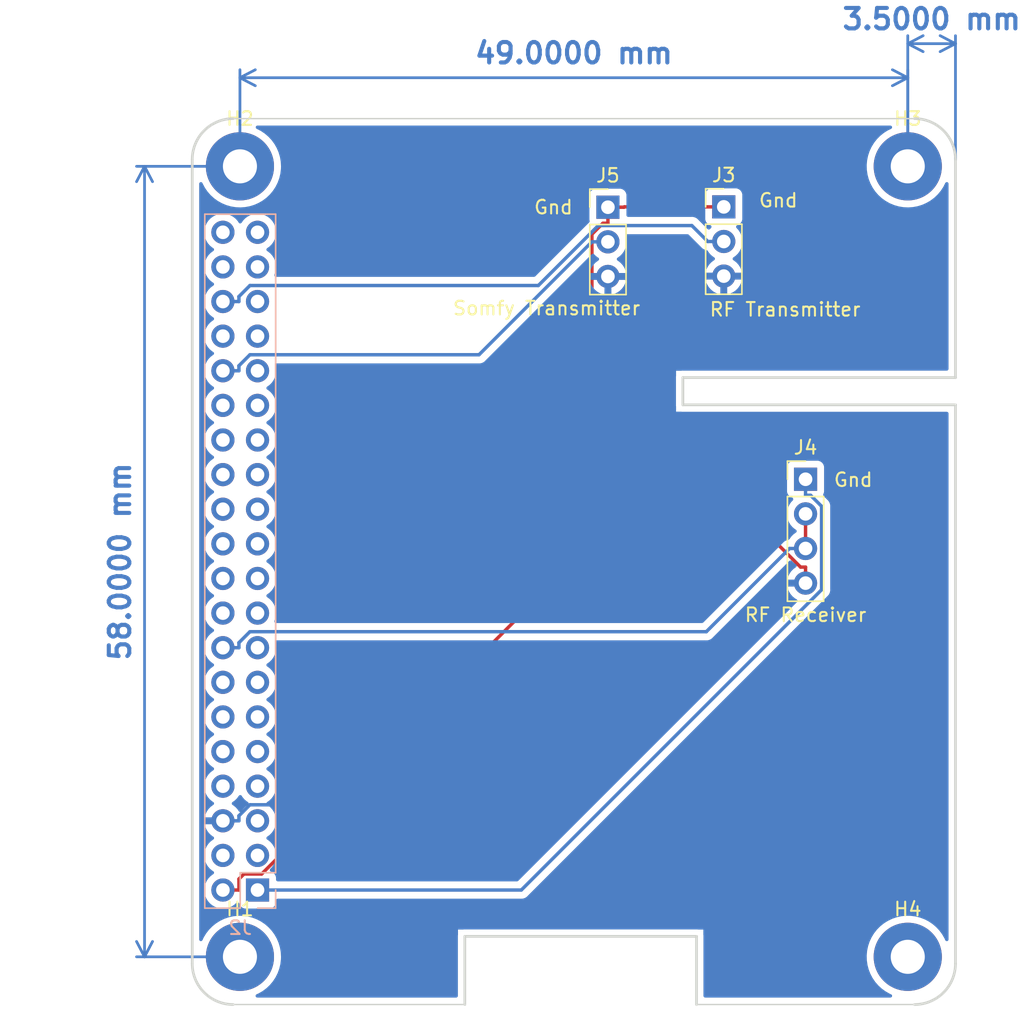
<source format=kicad_pcb>
(kicad_pcb (version 20211014) (generator pcbnew)
  (layers (0 "F.Cu" signal) (31 "B.Cu" signal) (34 "B.Paste" user) (35 "F.Paste" user) (36 "B.SilkS" user "B.Silkscreen") (37 "F.SilkS" user "F.Silkscreen") (38 "B.Mask" user) (39 "F.Mask" user) (44 "Edge.Cuts" user))
  (net 0 "")
  (net 35 "/5V")
  (net 36 "/GND")
  (net 37 "/3V3")
  (net 38 "Net-(J2-Pad16)")
  (net 39 "Net-(J3-Pad2)")
  (net 40 "Net-(J2-Pad32)")
  (footprint "MountingHole:MountingHole_2.5mm_Pad_TopBottom" (layer "F.Cu") (at 103.5 111.5)
    (fp_text reference "H1" (at 0 -3.5) (layer "F.SilkS"))
    (fp_text value "MountingHole")
    (pad "1" thru_hole circle (at 0 0) (size 2.9 2.9) (drill 2.5) (layers *.Cu *.Mask))
    (pad "1" connect circle (at 0 0) (size 5 5) (layers "B.Cu" "B.Mask"))
    (pad "1" connect circle (at 0 0) (size 5 5) (layers "F.Cu" "F.Mask"))
  )
  (footprint "Connector_PinHeader_2.54mm:PinHeader_1x03_P2.54mm_Vertical" (layer "F.Cu") (at 130.5 56.5)
    (fp_text reference "J5" (at 0 -2.33) (layer "F.SilkS"))
    (fp_text value "Somfy Transmitter" (at -4.5 7.41) (layer "F.SilkS"))
    (fp_line (start -1.33 1.27) (end -1.33 6.41) (layer "F.SilkS") (width 0.12))
    (fp_line (start -1.33 6.41) (end 1.33 6.41) (layer "F.SilkS") (width 0.12))
    (fp_line (start -1.33 -1.33) (end 0 -1.33) (layer "F.SilkS") (width 0.12))
    (fp_line (start -1.33 0) (end -1.33 -1.33) (layer "F.SilkS") (width 0.12))
    (fp_line (start -1.33 1.27) (end 1.33 1.27) (layer "F.SilkS") (width 0.12))
    (fp_line (start 1.33 1.27) (end 1.33 6.41) (layer "F.SilkS") (width 0.12))
    (pad "1" thru_hole rect (at 0 0) (size 1.7 1.7) (drill 1) (layers *.Cu *.Mask) (net 35 "/5V"))
    (pad "2" thru_hole oval (at 0 2.54) (size 1.7 1.7) (drill 1) (layers *.Cu *.Mask) (net 40 "Net-(J2-Pad32)"))
    (pad "3" thru_hole oval (at 0 5.08) (size 1.7 1.7) (drill 1) (layers *.Cu *.Mask) (net 36 "/GND"))
  )
  (footprint "MountingHole:MountingHole_2.5mm_Pad_TopBottom" (layer "F.Cu") (at 152.5 111.5)
    (fp_text reference "H4" (at 0 -3.5) (layer "F.SilkS"))
    (fp_text value "MountingHole")
    (pad "1" connect circle (at 0 0) (size 5 5) (layers "F.Cu" "F.Mask"))
    (pad "1" connect circle (at 0 0) (size 5 5) (layers "B.Cu" "B.Mask"))
    (pad "1" thru_hole circle (at 0 0) (size 2.9 2.9) (drill 2.5) (layers *.Cu *.Mask))
  )
  (footprint "Connector_PinHeader_2.54mm:PinHeader_1x03_P2.54mm_Vertical" (layer "F.Cu") (at 139 56.475)
    (fp_text reference "J3" (at 0 -2.33) (layer "F.SilkS"))
    (fp_text value "RF Transmitter" (at 4.5 7.525) (layer "F.SilkS"))
    (fp_line (start 1.33 1.27) (end 1.33 6.41) (layer "F.SilkS") (width 0.12))
    (fp_line (start -1.33 -1.33) (end 0 -1.33) (layer "F.SilkS") (width 0.12))
    (fp_line (start -1.33 6.41) (end 1.33 6.41) (layer "F.SilkS") (width 0.12))
    (fp_line (start -1.33 1.27) (end -1.33 6.41) (layer "F.SilkS") (width 0.12))
    (fp_line (start -1.33 1.27) (end 1.33 1.27) (layer "F.SilkS") (width 0.12))
    (fp_line (start -1.33 0) (end -1.33 -1.33) (layer "F.SilkS") (width 0.12))
    (pad "1" thru_hole rect (at 0 0) (size 1.7 1.7) (drill 1) (layers *.Cu *.Mask) (net 35 "/5V"))
    (pad "2" thru_hole oval (at 0 2.54) (size 1.7 1.7) (drill 1) (layers *.Cu *.Mask) (net 39 "Net-(J3-Pad2)"))
    (pad "3" thru_hole oval (at 0 5.08) (size 1.7 1.7) (drill 1) (layers *.Cu *.Mask) (net 36 "/GND"))
  )
  (footprint "Connector_PinHeader_2.54mm:PinHeader_1x04_P2.54mm_Vertical" (layer "F.Cu") (at 145 76.46)
    (fp_text reference "J4" (at 0 -2.33) (layer "F.SilkS"))
    (fp_text value "RF Receiver" (at 0 9.95) (layer "F.SilkS"))
    (fp_line (start -1.33 0) (end -1.33 -1.33) (layer "F.SilkS") (width 0.12))
    (fp_line (start -1.33 8.95) (end 1.33 8.95) (layer "F.SilkS") (width 0.12))
    (fp_line (start -1.33 -1.33) (end 0 -1.33) (layer "F.SilkS") (width 0.12))
    (fp_line (start -1.33 1.27) (end 1.33 1.27) (layer "F.SilkS") (width 0.12))
    (fp_line (start 1.33 1.27) (end 1.33 8.95) (layer "F.SilkS") (width 0.12))
    (fp_line (start -1.33 1.27) (end -1.33 8.95) (layer "F.SilkS") (width 0.12))
    (pad "1" thru_hole rect (at 0 0) (size 1.7 1.7) (drill 1) (layers *.Cu *.Mask) (net 37 "/3V3"))
    (pad "2" thru_hole oval (at 0 2.54) (size 1.7 1.7) (drill 1) (layers *.Cu *.Mask) (net 38 "Net-(J2-Pad16)"))
    (pad "3" thru_hole oval (at 0 5.08) (size 1.7 1.7) (drill 1) (layers *.Cu *.Mask) (net 38 "Net-(J2-Pad16)"))
    (pad "4" thru_hole oval (at 0 7.62) (size 1.7 1.7) (drill 1) (layers *.Cu *.Mask) (net 36 "/GND"))
  )
  (footprint "MountingHole:MountingHole_2.5mm_Pad_TopBottom" (layer "F.Cu") (at 152.5 53.5)
    (fp_text reference "H3" (at 0 -3.5) (layer "F.SilkS"))
    (fp_text value "MountingHole")
    (pad "1" connect circle (at 0 0) (size 5 5) (layers "F.Cu" "F.Mask"))
    (pad "1" thru_hole circle (at 0 0) (size 2.9 2.9) (drill 2.5) (layers *.Cu *.Mask))
    (pad "1" connect circle (at 0 0) (size 5 5) (layers "B.Cu" "B.Mask"))
  )
  (footprint "MountingHole:MountingHole_2.5mm_Pad_TopBottom" (layer "F.Cu") (at 103.5 53.5)
    (fp_text reference "H2" (at 0 -3.5) (layer "F.SilkS"))
    (fp_text value "MountingHole")
    (pad "1" connect circle (at 0 0) (size 5 5) (layers "B.Cu" "B.Mask"))
    (pad "1" thru_hole circle (at 0 0) (size 2.9 2.9) (drill 2.5) (layers *.Cu *.Mask))
    (pad "1" connect circle (at 0 0) (size 5 5) (layers "F.Cu" "F.Mask"))
  )
  (footprint "Connector_PinSocket_2.54mm:PinSocket_2x20_P2.54mm_Vertical" (layer "B.Cu") (at 104.79 106.6)
    (fp_text reference "J2" (at -1.27 2.77) (layer "B.SilkS") (effects (justify mirror)))
    (fp_text value "RASPBERRYPI-40-PIN-GPIO_PTH_NO_SHROUD")
    (fp_line (start -3.87 1.33) (end -1.27 1.33) (layer "B.SilkS") (width 0.12))
    (fp_line (start 1.33 -1.27) (end 1.33 -49.59) (layer "B.SilkS") (width 0.12))
    (fp_line (start 0 1.33) (end 1.33 1.33) (layer "B.SilkS") (width 0.12))
    (fp_line (start -1.27 1.33) (end -1.27 -1.27) (layer "B.SilkS") (width 0.12))
    (fp_line (start 1.33 1.33) (end 1.33 0) (layer "B.SilkS") (width 0.12))
    (fp_line (start -3.87 -49.59) (end 1.33 -49.59) (layer "B.SilkS") (width 0.12))
    (fp_line (start -3.87 1.33) (end -3.87 -49.59) (layer "B.SilkS") (width 0.12))
    (fp_line (start -1.27 -1.27) (end 1.33 -1.27) (layer "B.SilkS") (width 0.12))
    (pad "1" thru_hole rect (at 0 0) (size 1.7 1.7) (drill 1) (layers *.Cu *.Mask) (net 37 "/3V3"))
    (pad "2" thru_hole oval (at -2.54 0) (size 1.7 1.7) (drill 1) (layers *.Cu *.Mask) (net 35 "/5V"))
    (pad "3" thru_hole oval (at 0 -2.54) (size 1.7 1.7) (drill 1) (layers *.Cu *.Mask))
    (pad "4" thru_hole oval (at -2.54 -2.54) (size 1.7 1.7) (drill 1) (layers *.Cu *.Mask))
    (pad "5" thru_hole oval (at 0 -5.08) (size 1.7 1.7) (drill 1) (layers *.Cu *.Mask))
    (pad "6" thru_hole oval (at -2.54 -5.08) (size 1.7 1.7) (drill 1) (layers *.Cu *.Mask) (net 36 "/GND"))
    (pad "7" thru_hole oval (at 0 -7.62) (size 1.7 1.7) (drill 1) (layers *.Cu *.Mask))
    (pad "8" thru_hole oval (at -2.54 -7.62) (size 1.7 1.7) (drill 1) (layers *.Cu *.Mask))
    (pad "9" thru_hole oval (at 0 -10.16) (size 1.7 1.7) (drill 1) (layers *.Cu *.Mask))
    (pad "10" thru_hole oval (at -2.54 -10.16) (size 1.7 1.7) (drill 1) (layers *.Cu *.Mask))
    (pad "11" thru_hole oval (at 0 -12.7) (size 1.7 1.7) (drill 1) (layers *.Cu *.Mask))
    (pad "12" thru_hole oval (at -2.54 -12.7) (size 1.7 1.7) (drill 1) (layers *.Cu *.Mask))
    (pad "13" thru_hole oval (at 0 -15.24) (size 1.7 1.7) (drill 1) (layers *.Cu *.Mask))
    (pad "14" thru_hole oval (at -2.54 -15.24) (size 1.7 1.7) (drill 1) (layers *.Cu *.Mask))
    (pad "15" thru_hole oval (at 0 -17.78) (size 1.7 1.7) (drill 1) (layers *.Cu *.Mask))
    (pad "16" thru_hole oval (at -2.54 -17.78) (size 1.7 1.7) (drill 1) (layers *.Cu *.Mask) (net 38 "Net-(J2-Pad16)"))
    (pad "17" thru_hole oval (at 0 -20.32) (size 1.7 1.7) (drill 1) (layers *.Cu *.Mask))
    (pad "18" thru_hole oval (at -2.54 -20.32) (size 1.7 1.7) (drill 1) (layers *.Cu *.Mask))
    (pad "19" thru_hole oval (at 0 -22.86) (size 1.7 1.7) (drill 1) (layers *.Cu *.Mask))
    (pad "20" thru_hole oval (at -2.54 -22.86) (size 1.7 1.7) (drill 1) (layers *.Cu *.Mask))
    (pad "21" thru_hole oval (at 0 -25.4) (size 1.7 1.7) (drill 1) (layers *.Cu *.Mask))
    (pad "22" thru_hole oval (at -2.54 -25.4) (size 1.7 1.7) (drill 1) (layers *.Cu *.Mask))
    (pad "23" thru_hole oval (at 0 -27.94) (size 1.7 1.7) (drill 1) (layers *.Cu *.Mask))
    (pad "24" thru_hole oval (at -2.54 -27.94) (size 1.7 1.7) (drill 1) (layers *.Cu *.Mask))
    (pad "25" thru_hole oval (at 0 -30.48) (size 1.7 1.7) (drill 1) (layers *.Cu *.Mask))
    (pad "26" thru_hole oval (at -2.54 -30.48) (size 1.7 1.7) (drill 1) (layers *.Cu *.Mask))
    (pad "27" thru_hole oval (at 0 -33.02) (size 1.7 1.7) (drill 1) (layers *.Cu *.Mask))
    (pad "28" thru_hole oval (at -2.54 -33.02) (size 1.7 1.7) (drill 1) (layers *.Cu *.Mask))
    (pad "29" thru_hole oval (at 0 -35.56) (size 1.7 1.7) (drill 1) (layers *.Cu *.Mask))
    (pad "30" thru_hole oval (at -2.54 -35.56) (size 1.7 1.7) (drill 1) (layers *.Cu *.Mask))
    (pad "31" thru_hole oval (at 0 -38.1) (size 1.7 1.7) (drill 1) (layers *.Cu *.Mask))
    (pad "32" thru_hole oval (at -2.54 -38.1) (size 1.7 1.7) (drill 1) (layers *.Cu *.Mask) (net 40 "Net-(J2-Pad32)"))
    (pad "33" thru_hole oval (at 0 -40.64) (size 1.7 1.7) (drill 1) (layers *.Cu *.Mask))
    (pad "34" thru_hole oval (at -2.54 -40.64) (size 1.7 1.7) (drill 1) (layers *.Cu *.Mask))
    (pad "35" thru_hole oval (at 0 -43.18) (size 1.7 1.7) (drill 1) (layers *.Cu *.Mask))
    (pad "36" thru_hole oval (at -2.54 -43.18) (size 1.7 1.7) (drill 1) (layers *.Cu *.Mask) (net 39 "Net-(J3-Pad2)"))
    (pad "37" thru_hole oval (at 0 -45.72) (size 1.7 1.7) (drill 1) (layers *.Cu *.Mask))
    (pad "38" thru_hole oval (at -2.54 -45.72) (size 1.7 1.7) (drill 1) (layers *.Cu *.Mask))
    (pad "39" thru_hole oval (at 0 -48.26) (size 1.7 1.7) (drill 1) (layers *.Cu *.Mask))
    (pad "40" thru_hole oval (at -2.54 -48.26) (size 1.7 1.7) (drill 1) (layers *.Cu *.Mask))
  )
  (gr_line (start 156 69) (end 136 69) (layer "Edge.Cuts") (width 0.2))
  (gr_arc (start 100 53) (mid 100.87868 50.87868) (end 103 50) (layer "Edge.Cuts") (width 0.2))
  (gr_line (start 103 50) (end 153 50) (layer "Edge.Cuts") (width 0.1))
  (gr_arc (start 153 50) (mid 155.12132 50.87868) (end 156 53) (layer "Edge.Cuts") (width 0.2))
  (gr_line (start 136 71) (end 156 71) (layer "Edge.Cuts") (width 0.2))
  (gr_line (start 156 53) (end 156 69) (layer "Edge.Cuts") (width 0.2))
  (gr_line (start 120 110) (end 137 110) (layer "Edge.Cuts") (width 0.2))
  (gr_line (start 100 53) (end 100 112) (layer "Edge.Cuts") (width 0.2))
  (gr_line (start 156 71) (end 156 112) (layer "Edge.Cuts") (width 0.2))
  (gr_line (start 153 115) (end 137 115) (layer "Edge.Cuts") (width 0.1))
  (gr_arc (start 156 112) (mid 155.12132 114.12132) (end 153 115) (layer "Edge.Cuts") (width 0.2))
  (gr_line (start 136 69) (end 136 71) (layer "Edge.Cuts") (width 0.2))
  (gr_line (start 137 110) (end 137 115) (layer "Edge.Cuts") (width 0.2))
  (gr_line (start 120 115) (end 120 110) (layer "Edge.Cuts") (width 0.2))
  (gr_arc (start 103 115) (mid 100.87868 114.12132) (end 100 112) (layer "Edge.Cuts") (width 0.2))
  (gr_line (start 103 115) (end 120 115) (layer "Edge.Cuts") (width 0.1))
  (gr_text "Gnd\n" (at 143 56) (layer "F.SilkS") (effects (font (size 1 1))))
  (gr_text "Gnd" (at 148.5 76.5) (layer "F.SilkS") (effects (font (size 1 1))))
  (gr_text "Gnd\n" (at 126.5 56.5) (layer "F.SilkS") (effects (font (size 1 1))))
  (dimension (type aligned) (layer "B.Cu") (pts (xy 103.5 53.5) (xy 103.5 111.5)) (height 7) (gr_text "58.0000 mm" (at 94.7 82.5 90) (layer "B.Cu") (effects (font (size 1.5 1.5) (thickness 0.3)))) (format (units 3) (units_format 1) (precision 4)) (style (thickness 0.2) (arrow_length 1.27) (text_position_mode 0) (extension_height 0.58642) (extension_offset 0.5) keep_text_aligned))
  (dimension (type aligned) (layer "B.Cu") (pts (xy 103.5 53.5) (xy 152.5 53.5)) (height -6.5) (gr_text "49.0000 mm" (at 128 45.2) (layer "B.Cu") (effects (font (size 1.5 1.5) (thickness 0.3)))) (format (units 3) (units_format 1) (precision 4)) (style (thickness 0.2) (arrow_length 1.27) (text_position_mode 0) (extension_height 0.58642) (extension_offset 0.5) keep_text_aligned))
  (dimension (type aligned) (layer "B.Cu") (pts (xy 152.5 53.5) (xy 156 53.5)) (height -9) (gr_text "3.5000 mm" (at 154.25 42.7) (layer "B.Cu") (effects (font (size 1.5 1.5) (thickness 0.3)))) (format (units 3) (units_format 1) (precision 4)) (style (thickness 0.2) (arrow_length 1.27) (text_position_mode 0) (extension_height 0.58642) (extension_offset 0.5) keep_text_aligned))
  (segment (start 102.25 106.6) (end 103.4251 106.6) (width 0.25) (layer "F.Cu") (net 35))
  (segment (start 130.5 56.5) (end 131.6751 56.5) (width 0.25) (layer "F.Cu") (net 35))
  (segment (start 103.4251 106.6) (end 103.4251 105.7921) (width 0.25) (layer "F.Cu") (net 35))
  (segment (start 103.4251 105.7921) (end 103.7923 105.4249) (width 0.25) (layer "F.Cu") (net 35))
  (segment (start 103.7923 105.4249) (end 105.092 105.4249) (width 0.25) (layer "F.Cu") (net 35))
  (segment (start 130.5 56.5) (end 130.5 57.6751) (width 0.25) (layer "F.Cu") (net 35))
  (segment (start 129.3249 81.192) (end 129.3249 58.4829) (width 0.25) (layer "F.Cu") (net 35))
  (segment (start 130.1327 57.6751) (end 130.5 57.6751) (width 0.25) (layer "F.Cu") (net 35))
  (segment (start 129.3249 58.4829) (end 130.1327 57.6751) (width 0.25) (layer "F.Cu") (net 35))
  (segment (start 131.7001 56.475) (end 131.6751 56.5) (width 0.25) (layer "F.Cu") (net 35))
  (segment (start 139 56.475) (end 131.7001 56.475) (width 0.25) (layer "F.Cu") (net 35))
  (segment (start 105.092 105.4249) (end 129.3249 81.192) (width 0.25) (layer "F.Cu") (net 35))
  (segment (start 139 61.555) (end 137.8249 61.555) (width 0.25) (layer "F.Cu") (net 36))
  (segment (start 145 84.08) (end 145 82.9049) (width 0.25) (layer "F.Cu") (net 36))
  (segment (start 134.7375 73.0096) (end 134.7375 64.6424) (width 0.25) (layer "F.Cu") (net 36))
  (segment (start 145 82.9049) (end 144.6328 82.9049) (width 0.25) (layer "F.Cu") (net 36))
  (segment (start 130.5 61.58) (end 131.6751 61.58) (width 0.25) (layer "F.Cu") (net 36))
  (segment (start 131.6751 61.58) (end 134.7375 64.6424) (width 0.25) (layer "F.Cu") (net 36))
  (segment (start 134.7375 64.6424) (end 137.8249 61.555) (width 0.25) (layer "F.Cu") (net 36))
  (segment (start 144.6328 82.9049) (end 134.7375 73.0096) (width 0.25) (layer "F.Cu") (net 36))
  (segment (start 145 84.08) (end 143.8249 84.08) (width 0.25) (layer "B.Cu") (net 36))
  (segment (start 103.4251 101.1527) (end 104.2329 100.3449) (width 0.25) (layer "B.Cu") (net 36))
  (segment (start 104.2329 100.3449) (end 127.56 100.3449) (width 0.25) (layer "B.Cu") (net 36))
  (segment (start 103.4251 101.52) (end 103.4251 101.1527) (width 0.25) (layer "B.Cu") (net 36))
  (segment (start 127.56 100.3449) (end 143.8249 84.08) (width 0.25) (layer "B.Cu") (net 36))
  (segment (start 102.25 101.52) (end 103.4251 101.52) (width 0.25) (layer "B.Cu") (net 36))
  (segment (start 124.1437 106.6) (end 146.1751 84.5686) (width 0.25) (layer "B.Cu") (net 37))
  (segment (start 145 76.46) (end 145 77.6351) (width 0.25) (layer "B.Cu") (net 37))
  (segment (start 104.79 106.6) (end 124.1437 106.6) (width 0.25) (layer "B.Cu") (net 37))
  (segment (start 146.1751 84.5686) (end 146.1751 78.4429) (width 0.25) (layer "B.Cu") (net 37))
  (segment (start 146.1751 78.4429) (end 145.3673 77.6351) (width 0.25) (layer "B.Cu") (net 37))
  (segment (start 145.3673 77.6351) (end 145 77.6351) (width 0.25) (layer "B.Cu") (net 37))
  (segment (start 145 81.54) (end 145 79) (width 0.25) (layer "F.Cu") (net 38))
  (segment (start 103.4251 88.4527) (end 104.2329 87.6449) (width 0.25) (layer "B.Cu") (net 38))
  (segment (start 103.4251 88.82) (end 103.4251 88.4527) (width 0.25) (layer "B.Cu") (net 38))
  (segment (start 102.25 88.82) (end 103.4251 88.82) (width 0.25) (layer "B.Cu") (net 38))
  (segment (start 137.72 87.6449) (end 143.8249 81.54) (width 0.25) (layer "B.Cu") (net 38))
  (segment (start 145 81.54) (end 143.8249 81.54) (width 0.25) (layer "B.Cu") (net 38))
  (segment (start 104.2329 87.6449) (end 137.72 87.6449) (width 0.25) (layer "B.Cu") (net 38))
  (segment (start 129.7945 57.8455) (end 136.6554 57.8455) (width 0.25) (layer "B.Cu") (net 39))
  (segment (start 103.4251 63.0527) (end 104.2329 62.2449) (width 0.25) (layer "B.Cu") (net 39))
  (segment (start 139 59.015) (end 137.8249 59.015) (width 0.25) (layer "B.Cu") (net 39))
  (segment (start 125.3951 62.2449) (end 129.7945 57.8455) (width 0.25) (layer "B.Cu") (net 39))
  (segment (start 104.2329 62.2449) (end 125.3951 62.2449) (width 0.25) (layer "B.Cu") (net 39))
  (segment (start 102.25 63.42) (end 103.4251 63.42) (width 0.25) (layer "B.Cu") (net 39))
  (segment (start 136.6554 57.8455) (end 137.8249 59.015) (width 0.25) (layer "B.Cu") (net 39))
  (segment (start 103.4251 63.42) (end 103.4251 63.0527) (width 0.25) (layer "B.Cu") (net 39))
  (segment (start 103.4251 68.5) (end 103.4251 68.1327) (width 0.25) (layer "B.Cu") (net 40))
  (segment (start 121.04 67.3249) (end 129.3249 59.04) (width 0.25) (layer "B.Cu") (net 40))
  (segment (start 104.2329 67.3249) (end 121.04 67.3249) (width 0.25) (layer "B.Cu") (net 40))
  (segment (start 103.4251 68.1327) (end 104.2329 67.3249) (width 0.25) (layer "B.Cu") (net 40))
  (segment (start 130.5 59.04) (end 129.3249 59.04) (width 0.25) (layer "B.Cu") (net 40))
  (segment (start 102.25 68.5) (end 103.4251 68.5) (width 0.25) (layer "B.Cu") (net 40))
  (zone (net 36) (net_name "/GND") (layer "B.Cu") (connect_pads (clearance 0.508)) (min_thickness 0.254) (fill yes (thermal_gap 0.508) (thermal_bridge_width 0.508))
    (polygon (pts (xy 155.5 53.5) (xy 155.5 68.5) (xy 135.5 68.5) (xy 135.5 71.5) (xy 155.5 71.5) (xy 155.5 112) (xy 152.5 114.5) (xy 137.5 114.5) (xy 137.5 109.5) (xy 119.5 109.5) (xy 119.5 114.5) (xy 104 114.5) (xy 100.5 111.5) (xy 100 53.5) (xy 102.5 50.5) (xy 152 50.5)))
  )
)
</source>
